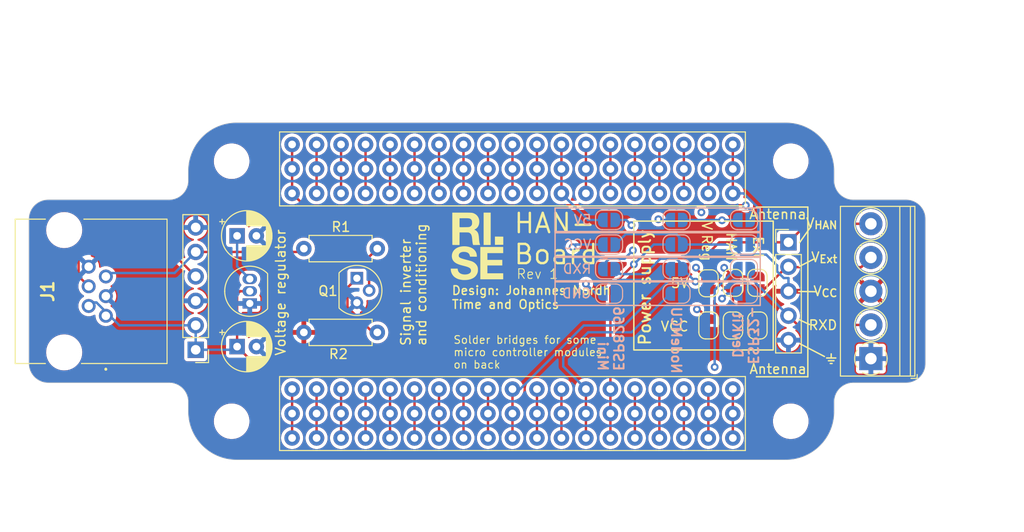
<source format=kicad_pcb>
(kicad_pcb (version 20221018) (generator pcbnew)
  (layers (0 "F.Cu" signal) (1 "In1.Cu" signal) (2 "In2.Cu" signal) (31 "B.Cu" signal) (34 "B.Paste" user) (35 "F.Paste" user) (36 "B.SilkS" user "B.Silkscreen") (37 "F.SilkS" user "F.Silkscreen") (38 "B.Mask" user) (39 "F.Mask" user) (44 "Edge.Cuts" user))
  (net 0 "")
  (net 1 "+5V")
  (net 2 "GND")
  (net 3 "VCC")
  (net 4 "Net-(Q1-B)")
  (net 5 "/RXD")
  (net 6 "unconnected-(J3-Pin_3-Pad3)")
  (net 7 "unconnected-(J3-Pin_4-Pad4)")
  (net 8 "unconnected-(J3-Pin_5-Pad5)")
  (net 9 "unconnected-(J3-Pin_7-Pad7)")
  (net 10 "unconnected-(J3-Pin_8-Pad8)")
  (net 11 "unconnected-(J3-Pin_9-Pad9)")
  (net 12 "unconnected-(J3-Pin_11-Pad11)")
  (net 13 "Net-(J3-Pin_12)")
  (net 14 "unconnected-(J3-Pin_13-Pad13)")
  (net 15 "unconnected-(J3-Pin_14-Pad14)")
  (net 16 "unconnected-(J3-Pin_15-Pad15)")
  (net 17 "unconnected-(J3-Pin_16-Pad16)")
  (net 18 "unconnected-(J3-Pin_17-Pad17)")
  (net 19 "unconnected-(J3-Pin_18-Pad18)")
  (net 20 "unconnected-(J3-Pin_19-Pad19)")
  (net 21 "Net-(J5-Pin_1)")
  (net 22 "unconnected-(J5-Pin_3-Pad3)")
  (net 23 "unconnected-(J5-Pin_4-Pad4)")
  (net 24 "unconnected-(J5-Pin_7-Pad7)")
  (net 25 "unconnected-(J5-Pin_8-Pad8)")
  (net 26 "unconnected-(J5-Pin_9-Pad9)")
  (net 27 "unconnected-(J5-Pin_10-Pad10)")
  (net 28 "unconnected-(J5-Pin_11-Pad11)")
  (net 29 "Net-(J5-Pin_12)")
  (net 30 "Net-(J5-Pin_13)")
  (net 31 "unconnected-(J5-Pin_14-Pad14)")
  (net 32 "unconnected-(J5-Pin_15-Pad15)")
  (net 33 "unconnected-(J5-Pin_16-Pad16)")
  (net 34 "unconnected-(J5-Pin_17-Pad17)")
  (net 35 "Net-(J5-Pin_18)")
  (net 36 "unconnected-(J5-Pin_19-Pad19)")
  (net 37 "VBUS")
  (net 38 "unconnected-(J3-Pin_1-Pad1)")
  (net 39 "unconnected-(J3-Pin_2-Pad2)")
  (net 40 "unconnected-(J3-Pin_6-Pad6)")
  (net 41 "Net-(J3-Pin_10)")
  (net 42 "unconnected-(J5-Pin_2-Pad2)")
  (net 43 "Net-(J5-Pin_5)")
  (net 44 "Net-(J5-Pin_6)")
  (net 45 "Net-(JP13-B)")
  (net 46 "Net-(J2-Pin_2)")
  (net 47 "Net-(J4-Pin_4)")
  (net 48 "Net-(J4-Pin_5)")
  (footprint "Jumper:SolderJumper-2_P1.3mm_Open_RoundedPad1.0x1.5mm" (layer "F.Cu") (at 183.252 68.976 90)
    (fp_text reference "JP8" hide)
    (fp_text value "SolderJumper_2_Open" hide)
  )
  (footprint "Jumper:SolderJumper-2_P1.3mm_Open_RoundedPad1.0x1.5mm" (layer "F.Cu") (at 183.252 73.406 -90)
    (fp_text reference "JP6" hide)
    (fp_text value "SolderJumper_2_Open" hide)
  )
  (footprint "Jumper:SolderJumper-2_P1.3mm_Open_RoundedPad1.0x1.5mm" (layer "F.Cu") (at 180.712 73.406 -90)
    (fp_text reference "JP7" hide)
    (fp_text value "SolderJumper_2_Open" hide)
  )
  (footprint "Capacitor_THT:CP_Radial_D5.0mm_P2.00mm" (layer "F.Cu") (at 129.274888 64.1)
    (fp_text reference "C2" hide)
    (fp_text value "1 uF" hide)
  )
  (footprint "MountingHole:MountingHole_3.2mm_M3" (layer "F.Cu") (at 186.71 56.35)
    (fp_text reference "REF**" hide)
    (fp_text value "MountingHole_3.2mm_M3" hide)
  )
  (footprint "HANBoard:QIP-19" (layer "F.Cu") (at 157.84 54.61)
    (fp_text reference "J5" hide)
    (fp_text value "Lödpunkter" hide)
  )
  (footprint "Jumper:SolderJumper-2_P1.3mm_Open_RoundedPad1.0x1.5mm" (layer "F.Cu") (at 180.712 68.976 90)
    (fp_text reference "JP9" hide)
    (fp_text value "SolderJumper_2_Open" hide)
  )
  (footprint "MountingHole:MountingHole_3.2mm_M3" (layer "F.Cu") (at 186.71 83.35)
    (fp_text reference "REF**" hide)
    (fp_text value "MountingHole_3.2mm_M3" hide)
  )
  (footprint "TerminalBlock_Phoenix:TerminalBlock_Phoenix_PT-1,5-5-3.5-H_1x05_P3.50mm_Horizontal" (layer "F.Cu") (at 195.02 76.848 90)
    (fp_text reference "J6" hide)
    (fp_text value "Utterminal")
  )
  (footprint "Package_TO_SOT_THT:TO-92_Inline" (layer "F.Cu") (at 130.59 71.12 90)
    (fp_text reference "U1" hide)
    (fp_text value "MCP1700x-330xxTO" hide)
  )
  (footprint "MountingHole:MountingHole_3.2mm_M3" (layer "F.Cu") (at 128.71 83.35)
    (fp_text reference "REF**" hide)
    (fp_text value "MountingHole_3.2mm_M3" hide)
  )
  (footprint "Jumper:SolderJumper-2_P1.3mm_Open_RoundedPad1.0x1.5mm" (layer "F.Cu") (at 178.175 69.024999 -90)
    (fp_text reference "JP14" hide)
    (fp_text value "SolderJumper_2_Open" hide)
  )
  (footprint "Capacitor_THT:CP_Radial_D5.0mm_P2.00mm" (layer "F.Cu") (at 129.274888 75.6)
    (fp_text reference "C1" hide)
    (fp_text value "1 uF" hide)
  )
  (footprint "Connector_PinHeader_2.54mm:PinHeader_1x06_P2.54mm_Vertical" (layer "F.Cu") (at 124.98 75.93 180)
    (fp_text reference "J4" hide)
    (fp_text value "Conn_01x05" hide)
  )
  (footprint "Resistor_THT:R_Axial_DIN0207_L6.3mm_D2.5mm_P7.62mm_Horizontal" (layer "F.Cu") (at 136.2 65.425)
    (fp_text reference "R1")
    (fp_text value "R" hide)
  )
  (footprint "Jumper:SolderJumper-2_P1.3mm_Open_RoundedPad1.0x1.5mm" (layer "F.Cu") (at 178.175 73.399999 90)
    (fp_text reference "JP13" hide)
    (fp_text value "SolderJumper_2_Open" hide)
  )
  (footprint "Connector_PinHeader_2.54mm:PinHeader_1x05_P2.54mm_Vertical" (layer "F.Cu") (at 186.47 64.77)
    (fp_text reference "J2" hide)
    (fp_text value "Conn_01x05" hide)
  )
  (footprint "MountingHole:MountingHole_3.2mm_M3" (layer "F.Cu") (at 128.71 56.35)
    (fp_text reference "REF**" hide)
    (fp_text value "MountingHole_3.2mm_M3" hide)
  )
  (footprint "Amphenol:RJHSE7060" (layer "F.Cu") (at 111.34 69.85 -90)
    (fp_text reference "J1")
    (fp_text value "RJ12" hide)
  )
  (footprint "RISE.logo:RiseLogo_NoText_8" (layer "F.Cu") (at 154.16 65.19)
    (fp_text reference "G***" hide)
    (fp_text value "LOGO" hide)
  )
  (footprint "Package_TO_SOT_THT:TO-92" (layer "F.Cu") (at 141.7 68.5 -90)
    (fp_text reference "Q1")
    (fp_text value "Q_NPN_BCE" hide)
  )
  (footprint "Resistor_THT:R_Axial_DIN0207_L6.3mm_D2.5mm_P7.62mm_Horizontal" (layer "F.Cu") (at 143.82 74.125 180)
    (fp_text reference "R2")
    (fp_text value "R" hide)
  )
  (footprint "HANBoard:QIP-19" (layer "F.Cu") (at 157.84 80.01)
    (fp_text reference "J3" hide)
    (fp_text value "Lödpunkter" hide)
  )
  (footprint "Jumper:SolderJumper-2_P1.3mm_Open_RoundedPad1.0x1.5mm" (layer "B.Cu") (at 181.859999 62.45 180)
    (fp_text reference "JP2" hide)
    (fp_text value "SolderJumper_2_Open" hide)
  )
  (footprint "Jumper:SolderJumper-2_P1.3mm_Open_RoundedPad1.0x1.5mm" (layer "B.Cu") (at 174.86 70.1)
    (fp_text reference "JP4" hide)
    (fp_text value "SolderJumper_2_Open" hide)
  )
  (footprint "Jumper:SolderJumper-2_P1.3mm_Open_RoundedPad1.0x1.5mm" (layer "B.Cu") (at 174.86 67.55 180)
    (fp_text reference "JP1" hide)
    (fp_text value "SolderJumper_2_Open" hide)
  )
  (footprint "Jumper:SolderJumper-2_P1.3mm_Open_RoundedPad1.0x1.5mm" (layer "B.Cu") (at 167.86 67.55 180)
    (fp_text reference "JP15" hide)
    (fp_text value "SolderJumper_2_Open" hide)
  )
  (footprint "Jumper:SolderJumper-2_P1.3mm_Open_RoundedPad1.0x1.5mm" (layer "B.Cu") (at 181.859999 65 180)
    (fp_text reference "JP5" hide)
    (fp_text value "SolderJumper_2_Open" hide)
  )
  (footprint "Jumper:SolderJumper-2_P1.3mm_Open_RoundedPad1.0x1.5mm" (layer "B.Cu") (at 181.859999 67.55)
    (fp_text reference "JP12" hide)
    (fp_text value "SolderJumper_2_Open" hide)
  )
  (footprint "Jumper:SolderJumper-2_P1.3mm_Open_RoundedPad1.0x1.5mm" (layer "B.Cu") (at 167.86 65 180)
    (fp_text reference "JP18" hide)
    (fp_text value "SolderJumper_2_Open" hide)
  )
  (footprint "Jumper:SolderJumper-2_P1.3mm_Open_RoundedPad1.0x1.5mm" (layer "B.Cu") (at 167.86 62.45)
    (fp_text reference "JP17" hide)
    (fp_text value "SolderJumper_2_Open" hide)
  )
  (footprint "Jumper:SolderJumper-2_P1.3mm_Open_RoundedPad1.0x1.5mm" (layer "B.Cu") (at 181.859999 70.1 180)
    (fp_text reference "JP10" hide)
    (fp_text value "SolderJumper_2_Open" hide)
  )
  (footprint "Jumper:SolderJumper-2_P1.3mm_Open_RoundedPad1.0x1.5mm" (layer "B.Cu") (at 174.86 65)
    (fp_text reference "JP3" hide)
    (fp_text value "SolderJumper_2_Open" hide)
  )
  (footprint "Jumper:SolderJumper-2_P1.3mm_Open_RoundedPad1.0x1.5mm" (layer "B.Cu") (at 167.86 70.1)
    (fp_text reference "JP16" hide)
    (fp_text value "SolderJumper_2_Open" hide)
  )
  (footprint "Jumper:SolderJumper-2_P1.3mm_Open_RoundedPad1.0x1.5mm" (layer "B.Cu") (at 174.86 62.45)
    (fp_text reference "JP11" hide)
    (fp_text value "SolderJumper_2_Open" hide)
  )
  (gr_rect (start 162.26 66.326) (end 183.542 68.774) (stroke (width 0.15)) (fill none) (layer "B.SilkS"))
  (gr_rect (start 162.26 63.776) (end 183.542 66.224) (stroke (width 0.15)) (fill none) (layer "B.SilkS"))
  (gr_rect (start 162.26 68.876) (end 183.542 71.324) (stroke (width 0.15)) (fill none) (layer "B.SilkS"))
  (gr_rect (start 162.26 61.206) (end 183.542 63.654) (stroke (width 0.15)) (fill none) (layer "B.SilkS"))
  (gr_line (start 189.325 69.9) (end 187.525 69.875) (stroke (width 0.15)) (layer "F.SilkS"))
  (gr_rect (start 170.43 62.57) (end 184.89 75.95) (stroke (width 0.15)) (fill none) (layer "F.SilkS"))
  (gr_line (start 188.48 78.73) (end 188.48 61.11) (stroke (width 0.15)) (layer "F.SilkS"))
  (gr_line (start 188.825 63.1) (end 187.625 64.8) (stroke (width 0.15)) (layer "F.SilkS"))
  (gr_line (start 189.125 66.5) (end 187.6 67.275) (stroke (width 0.15)) (layer "F.SilkS"))
  (gr_line (start 190.2 76.625) (end 187.65 75.3) (stroke (width 0.15)) (layer "F.SilkS"))
  (gr_line (start 188.48 61.11) (end 183.14 61.11) (stroke (width 0.15)) (layer "F.SilkS"))
  (gr_line (start 188.65 73.3) (end 187.575 72.8) (stroke (width 0.15)) (layer "F.SilkS"))
  (gr_line (start 183.14 78.73) (end 188.48 78.73) (stroke (width 0.15)) (layer "F.SilkS"))
  (gr_arc (start 193.21 60.35) (mid 191.795786 59.764214) (end 191.21 58.35) (stroke (width 0.05)) (layer "Edge.Cuts"))
  (gr_arc (start 198.68 60.35) (mid 200.094214 60.935786) (end 200.68 62.35) (stroke (width 0.05)) (layer "Edge.Cuts"))
  (gr_line (start 124.21 81.35) (end 124.21 82.35) (stroke (width 0.05)) (layer "Edge.Cuts"))
  (gr_arc (start 124.21 57.35) (mid 125.674466 53.814466) (end 129.21 52.35) (stroke (width 0.05)) (layer "Edge.Cuts"))
  (gr_line (start 129.21 52.35) (end 186.21 52.35) (stroke (width 0.05)) (layer "Edge.Cuts"))
  (gr_line (start 191.21 58.35) (end 191.21 57.35) (stroke (width 0.05)) (layer "Edge.Cuts"))
  (gr_arc (start 109.68 79.35) (mid 108.265786 78.764214) (end 107.68 77.35) (stroke (width 0.05)) (layer "Edge.Cuts"))
  (gr_arc (start 200.68 77.35) (mid 200.094214 78.764214) (end 198.68 79.35) (stroke (width 0.05)) (layer "Edge.Cuts"))
  (gr_arc (start 186.21 52.35) (mid 189.745534 53.814466) (end 191.21 57.35) (stroke (width 0.05)) (layer "Edge.Cuts"))
  (gr_arc (start 191.21 82.35) (mid 189.745534 85.885534) (end 186.21 87.35) (stroke (width 0.05)) (layer "Edge.Cuts"))
  (gr_line (start 200.68 77.35) (end 200.68 62.35) (stroke (width 0.05)) (layer "Edge.Cuts"))
  (gr_line (start 109.68 60.35) (end 122.21 60.35) (stroke (width 0.05)) (layer "Edge.Cuts"))
  (gr_line (start 193.21 79.35) (end 198.68 79.35) (stroke (width 0.05)) (layer "Edge.Cuts"))
  (gr_line (start 129.21 87.35) (end 186.21 87.35) (stroke (width 0.05)) (layer "Edge.Cuts"))
  (gr_arc (start 129.21 87.35) (mid 125.674466 85.885534) (end 124.21 82.35) (stroke (width 0.05)) (layer "Edge.Cuts"))
  (gr_arc (start 191.21 81.35) (mid 191.795786 79.935786) (end 193.21 79.35) (stroke (width 0.05)) (layer "Edge.Cuts"))
  (gr_line (start 124.21 58.35) (end 124.21 57.35) (stroke (width 0.05)) (layer "Edge.Cuts"))
  (gr_arc (start 124.21 58.35) (mid 123.624214 59.764214) (end 122.21 60.35) (stroke (width 0.05)) (layer "Edge.Cuts"))
  (gr_line (start 193.21 60.35) (end 198.68 60.35) (stroke (width 0.05)) (layer "Edge.Cuts"))
  (gr_arc (start 122.21 79.35) (mid 123.624214 79.935786) (end 124.21 81.35) (stroke (width 0.05)) (layer "Edge.Cuts"))
  (gr_line (start 109.68 79.35) (end 122.21 79.35) (stroke (width 0.05)) (layer "Edge.Cuts"))
  (gr_line (start 107.68 62.35) (end 107.68 77.35) (stroke (width 0.05)) (layer "Edge.Cuts"))
  (gr_line (start 191.21 81.35) (end 191.21 82.35) (stroke (width 0.05)) (layer "Edge.Cuts"))
  (gr_arc (start 107.68 62.35) (mid 108.265786 60.935786) (end 109.68 60.35) (stroke (width 0.05)) (layer "Edge.Cuts"))
  (gr_text "5V" (at 166.116 62.44) (layer "B.SilkS") (effects (font (size 1 1)) (justify left mirror)))
  (gr_text "VCC" (at 166.116 64.983333) (layer "B.SilkS") (effects (font (size 1 1)) (justify left mirror)))
  (gr_text "GND" (at 166.116 70.07) (layer "B.SilkS") (effects (font (size 1 1)) (justify left mirror)))
  (gr_text "NodeMCU" (at 174.244 74.93 -90) (layer "B.SilkS") (effects (font (size 1 1) (thickness 0.2) bold) (justify bottom mirror)))
  (gr_text "ESP32-\nDevKit" (at 180.594 74.422 270) (layer "B.SilkS") (effects (font (size 1 1) (thickness 0.2) bold) (justify bottom mirror)))
  (gr_text "ESP8266\nMini" (at 166.624 78.232 270) (layer "B.SilkS") (effects (font (size 1 1) (thickness 0.2) bold) (justify left bottom mirror)))
  (gr_text "RXD" (at 166.116 67.526666) (layer "B.SilkS") (effects (font (size 1 1)) (justify left mirror)))
  (gr_text "Ext" (at 182.744 66.548 -90) (layer "F.SilkS") (effects (font (size 1 1)) (justify right bottom)))
  (gr_text "HAN-\nBoard" (at 157.86 67.19) (layer "F.SilkS") (effects (font (size 2 2) (thickness 0.25) bold) (justify left bottom)))
  (gr_text "⏚" (at 191.62 76.9) (layer "F.SilkS") (effects (font (size 1 1)) (justify right)))
  (gr_text "Solder bridges for some\nmicro controller modules\non back" (at 151.66 77.94) (layer "F.SilkS") (effects (font (size 0.8 0.8) (thickness 0.11)) (justify left bottom)))
  (gr_text "VCC" (at 176.188 74.0935) (layer "F.SilkS") (effects (font (size 1 1)) (justify right bottom)))
  (gr_text "Antenna" (at 188.44 77.93) (layer "F.SilkS") (effects (font (size 1 1)) (justify right)))
  (gr_text "Antenna" (at 188.42 61.86) (layer "F.SilkS") (effects (font (size 1 1)) (justify right)))
  (gr_text "HAN" (at 179.95 66.802 -90) (layer "F.SilkS") (effects (font (size 1 1)) (justify right bottom)))
  (gr_text "V_{CC}" (at 191.62 69.844) (layer "F.SilkS") (effects (font (size 1 1)) (justify right)))
  (gr_text "V_{HAN}" (at 191.62 62.788) (layer "F.SilkS") (effects (font (size 1 1)) (justify right)))
  (gr_text "Voltage regulator" (at 134.375 69.975 90) (layer "F.SilkS") (effects (font (size 1 1)) (justify bottom)))
  (gr_text "5V" (at 176.188 69.596) (layer "F.SilkS") (effects (font (size 1 1)) (justify right bottom)))
  (gr_text "Design: Johannes Nordh\nTime and Optics" (at 151.47 71.75) (layer "F.SilkS") (effects (font (size 0.9 0.9) (thickness 0.15) bold) (justify left bottom)))
  (gr_text "V_{Ext}" (at 191.62 66.316) (layer "F.SilkS") (effects (font (size 1 1)) (justify right)))
  (gr_text "V.Reg" (at 177.425 66.825 270) (layer "F.SilkS") (effects (font (size 1 1)) (justify right bottom)))
  (gr_text "Rev 1" (at 158.19 68.65) (layer "F.SilkS") (effects (font (size 1 1) (thickness 0.1)) (justify left bottom)))
  (gr_text "RXD" (at 191.62 73.372) (layer "F.SilkS") (effects (font (size 1 1)) (justify right)))
  (gr_text "Signal inverter\nand conditioning" (at 148.975 75.6 90) (layer "F.SilkS") (effects (font (size 1 1)) (justify left bottom)))
  (gr_text "Power supply" (at 172.28 69.45 90) (layer "F.SilkS") (effects (font (size 1.2 1.2) (thickness 0.2) bold) (justify bottom)))
  (segment (start 179.8045 67.4185) (end 180.712 68.326) (width 0.25) (layer "F.Cu") (net 1))
  (segment (start 177.76538 68.374999) (end 178.175 68.374999) (width 0.25) (layer "F.Cu") (net 1))
  (segment (start 180.712 68.326) (end 183.252 68.326) (width 0.25) (layer "F.Cu") (net 1))
  (segment (start 176.875 67.4) (end 176.875 67.484619) (width 0.25) (layer "F.Cu") (net 1))
  (segment (start 176.875 67.484619) (end 177.76538 68.374999) (width 0.25) (layer "F.Cu") (net 1))
  (via (at 179.578 62.484) (size 0.8) (drill 0.4) (layers "F.Cu" "B.Cu") (net 1))
  (via (at 179.8045 67.4185) (size 0.8) (drill 0.4) (layers "F.Cu" "B.Cu") (net 1))
  (via (at 170.18 62.992) (size 0.8) (drill 0.4) (layers "F.Cu" "B.Cu") (net 1))
  (via (at 176.875 67.4) (size 0.8) (drill 0.4) (layers "F.Cu" "B.Cu") (net 1))
  (segment (start 170.18 62.992) (end 169.638 62.45) (width 0.25) (layer "B.Cu") (net 1))
  (segment (start 179.612 62.45) (end 179.578 62.484) (width 0.25) (layer "B.Cu") (net 1))
  (segment (start 169.638 62.45) (end 168.51 62.45) (width 0.25) (layer "B.Cu") (net 1))
  (segment (start 175.51 62.45) (end 179.544 62.45) (width 0.25) (layer "B.Cu") (net 1))
  (segment (start 179.544 62.45) (end 179.578 62.484) (width 0.25) (layer "B.Cu") (net 1))
  (segment (start 181.209999 62.45) (end 179.612 62.45) (width 0.25) (layer "B.Cu") (net 1))
  (segment (start 184.16 66.05) (end 182.876726 66.05) (width 0.25) (layer "B.Cu") (net 3))
  (segment (start 185.295 67.796701) (end 185.295 67.185) (width 0.25) (layer "B.Cu") (net 3))
  (segment (start 186.47 69.85) (end 186.47 68.485) (width 0.25) (layer "B.Cu") (net 3))
  (segment (start 185.983299 68.485) (end 185.295 67.796701) (width 0.25) (layer "B.Cu") (net 3))
  (segment (start 175.51 64.59038) (end 174.84462 63.925) (width 0.25) (layer "B.Cu") (net 3))
  (segment (start 182.876726 66.05) (end 182.851726 66.075) (width 0.25) (layer "B.Cu") (net 3))
  (segment (start 182.851726 66.075) (end 181.585 66.075) (width 0.25) (layer "B.Cu") (net 3))
  (segment (start 169.585 63.925) (end 168.51 65) (width 0.25) (layer "B.Cu") (net 3))
  (segment (start 186.47 68.485) (end 185.983299 68.485) (width 0.25) (layer "B.Cu") (net 3))
  (segment (start 174.84462 63.925) (end 169.585 63.925) (width 0.25) (layer "B.Cu") (net 3))
  (segment (start 181.209999 65) (end 175.51 65) (width 0.25) (layer "B.Cu") (net 3))
  (segment (start 181.209999 65.699999) (end 181.209999 65) (width 0.25) (layer "B.Cu") (net 3))
  (segment (start 175.51 65) (end 175.51 64.59038) (width 0.25) (layer "B.Cu") (net 3))
  (segment (start 185.295 67.185) (end 184.16 66.05) (width 0.25) (layer "B.Cu") (net 3))
  (segment (start 181.585 66.075) (end 181.209999 65.699999) (width 0.25) (layer "B.Cu") (net 3))
  (segment (start 142.97 66.275) (end 143.82 65.425) (width 0.25) (layer "F.Cu") (net 4))
  (segment (start 142.97 69.77) (end 142.97 66.275) (width 0.25) (layer "F.Cu") (net 4))
  (segment (start 195.018 73.35) (end 195.02 73.348) (width 0.25) (layer "F.Cu") (net 5))
  (segment (start 140.725 71.5) (end 143.35 74.125) (width 0.25) (layer "F.Cu") (net 5))
  (segment (start 187.43 73.35) (end 195.018 73.35) (width 0.25) (layer "F.Cu") (net 5))
  (segment (start 143.35 74.125) (end 143.82 74.125) (width 0.25) (layer "F.Cu") (net 5))
  (segment (start 186.47 72.39) (end 187.43 73.35) (width 0.25) (layer "F.Cu") (net 5))
  (segment (start 140.725 69.475) (end 140.725 71.5) (width 0.25) (layer "F.Cu") (net 5))
  (segment (start 141.7 68.5) (end 140.725 69.475) (width 0.25) (layer "F.Cu") (net 5))
  (via (at 176.8255 68.85) (size 0.8) (drill 0.4) (layers "F.Cu" "B.Cu") (net 5))
  (segment (start 174.84462 66.475) (end 175.51 67.14038) (width 0.25) (layer "B.Cu") (net 5))
  (segment (start 171.58 68.072) (end 173.177 66.475) (width 0.25) (layer "B.Cu") (net 5))
  (segment (start 186.47 72.39) (end 182.509999 68.429999) (width 0.25) (layer "B.Cu") (net 5))
  (segment (start 176.81 68.85) (end 176.8255 68.85) (width 0.25) (layer "B.Cu") (net 5))
  (segment (start 182.509999 68.429999) (end 182.509999 67.55) (width 0.25) (layer "B.Cu") (net 5))
  (segment (start 171.58 68.072) (end 169.032 68.072) (width 0.25) (layer "B.Cu") (net 5))
  (segment (start 175.51 67.14038) (end 175.51 67.55) (width 0.25) (layer "B.Cu") (net 5))
  (segment (start 175.51 67.55) (end 176.81 68.85) (width 0.25) (layer "B.Cu") (net 5))
  (segment (start 176.825 68.8495) (end 176.8255 68.85) (width 0.25) (layer "B.Cu") (net 5))
  (segment (start 173.177 66.475) (end 174.84462 66.475) (width 0.25) (layer "B.Cu") (net 5))
  (segment (start 169.032 68.072) (end 168.51 67.55) (width 0.25) (layer "B.Cu") (net 5))
  (segment (start 140.06 85.09) (end 140.06 80.01) (width 0.25) (layer "F.Cu") (net 6))
  (segment (start 142.6 80.01) (end 142.6 85.09) (width 0.25) (layer "F.Cu") (net 7))
  (segment (start 145.14 85.09) (end 145.14 80.01) (width 0.25) (layer "F.Cu") (net 8))
  (segment (start 150.22 85.09) (end 150.22 80.01) (width 0.25) (layer "F.Cu") (net 9))
  (segment (start 152.76 80.01) (end 152.76 85.09) (width 0.25) (layer "F.Cu") (net 10))
  (via (at 178.816 77.724) (size 0.8) (drill 0.4) (layers "F.Cu" "B.Cu") (net 10))
  (segment (start 178.816 77.724) (end 178.816 69.723) (width 0.25) (layer "B.Cu") (net 10))
  (segment (start 178.816 69.723) (end 180.989 67.55) (width 0.25) (layer "B.Cu") (net 10))
  (segment (start 180.989 67.55) (end 181.209999 67.55) (width 0.25) (layer "B.Cu") (net 10))
  (segment (start 155.3 85.09) (end 155.3 80.01) (width 0.25) (layer "F.Cu") (net 11))
  (segment (start 160.38 85.09) (end 160.38 80.01) (width 0.25) (layer "F.Cu") (net 12))
  (segment (start 162.92 80.01) (end 162.92 85.09) (width 0.25) (layer "F.Cu") (net 13))
  (via (at 164.084 65.278) (size 0.8) (drill 0.4) (layers "F.Cu" "B.Cu") (net 13))
  (segment (start 167.21 65) (end 164.362 65) (width 0.25) (layer "B.Cu") (net 13))
  (segment (start 164.362 65) (end 164.084 65.278) (width 0.25) (layer "B.Cu") (net 13))
  (segment (start 165.46 85.09) (end 165.46 80.01) (width 0.25) (layer "F.Cu") (net 14))
  (segment (start 163.105 76.699695) (end 163.105 77.655) (width 0.25) (layer "B.Cu") (net 14))
  (segment (start 174.21 70.1) (end 170.2 74.11) (width 0.25) (layer "B.Cu") (net 14))
  (segment (start 170.2 74.11) (end 165.694695 74.11) (width 0.25) (layer "B.Cu") (net 14))
  (segment (start 165.694695 74.11) (end 163.105 76.699695) (width 0.25) (layer "B.Cu") (net 14))
  (segment (start 163.105 77.655) (end 165.46 80.01) (width 0.25) (layer "B.Cu") (net 14))
  (segment (start 170.434 67.056) (end 168 69.49) (width 0.25) (layer "F.Cu") (net 15))
  (segment (start 168 80.01) (end 168 85.09) (width 0.25) (layer "F.Cu") (net 15))
  (segment (start 168 69.49) (end 168 80.01) (width 0.25) (layer "F.Cu") (net 15))
  (via (at 170.434 67.056) (size 0.8) (drill 0.4) (layers "F.Cu" "B.Cu") (net 15))
  (segment (start 174.21 65) (end 172.49 65) (width 0.25) (layer "B.Cu") (net 15))
  (segment (start 172.49 65) (end 170.434 67.056) (width 0.25) (layer "B.Cu") (net 15))
  (segment (start 170.54 85.09) (end 170.54 80.01) (width 0.25) (layer "F.Cu") (net 16))
  (segment (start 173.08 80.01) (end 173.08 85.09) (width 0.25) (layer "F.Cu") (net 17))
  (segment (start 175.62 85.09) (end 175.62 80.01) (width 0.25) (layer "F.Cu") (net 18))
  (segment (start 178.16 80.01) (end 178.16 85.09) (width 0.25) (layer "F.Cu") (net 19))
  (segment (start 180.7 85.09) (end 180.7 80.01) (width 0.25) (layer "F.Cu") (net 20))
  (segment (start 182.048386 60.931614) (end 136.221614 60.931614) (width 0.25) (layer "F.Cu") (net 21))
  (segment (start 136.221614 60.931614) (end 134.98 59.69) (width 0.25) (layer "F.Cu") (net 21))
  (segment (start 134.98 54.61) (end 134.98 59.69) (width 0.25) (layer "F.Cu") (net 21))
  (via (at 182.048386 60.931614) (size 0.8) (drill 0.4) (layers "F.Cu" "B.Cu") (net 21))
  (segment (start 182.509999 61.393227) (end 182.048386 60.931614) (width 0.25) (layer "B.Cu") (net 21))
  (segment (start 182.509999 62.45) (end 182.509999 61.393227) (width 0.25) (layer "B.Cu") (net 21))
  (segment (start 140.06 54.61) (end 140.06 59.69) (width 0.25) (layer "F.Cu") (net 22))
  (segment (start 142.6 59.69) (end 142.6 54.61) (width 0.25) (layer "F.Cu") (net 23))
  (segment (start 150.22 54.61) (end 150.22 59.69) (width 0.25) (layer "F.Cu") (net 24))
  (segment (start 152.76 59.69) (end 152.76 54.61) (width 0.25) (layer "F.Cu") (net 25))
  (segment (start 155.3 54.61) (end 155.3 59.69) (width 0.25) (layer "F.Cu") (net 26))
  (segment (start 157.84 59.69) (end 157.84 54.61) (width 0.25) (layer "F.Cu") (net 27))
  (segment (start 160.38 54.61) (end 160.38 59.69) (width 0.25) (layer "F.Cu") (net 28))
  (segment (start 162.92 59.69) (end 162.92 54.61) (width 0.25) (layer "F.Cu") (net 29))
  (segment (start 165.68 62.45) (end 162.92 59.69) (width 0.25) (layer "B.Cu") (net 29))
  (segment (start 167.21 62.45) (end 165.68 62.45) (width 0.25) (layer "B.Cu") (net 29))
  (segment (start 165.46 54.61) (end 165.46 59.69) (width 0.25) (layer "F.Cu") (net 30))
  (via (at 165.46 69.088) (size 0.8) (drill 0.4) (layers "F.Cu" "B.Cu") (net 30))
  (segment (start 166.472 70.1) (end 167.21 70.1) (width 0.25) (layer "B.Cu") (net 30))
  (segment (start 165.46 69.088) (end 166.472 70.1) (width 0.25) (layer "B.Cu") (net 30))
  (segment (start 168 59.69) (end 168 54.61) (width 0.25) (layer "F.Cu") (net 31))
  (segment (start 170.54 54.61) (end 170.54 59.69) (width 0.25) (layer "F.Cu") (net 32))
  (segment (start 173.08 59.69) (end 173.08 54.61) (width 0.25) (layer "F.Cu") (net 33))
  (segment (start 175.62 54.61) (end 175.62 59.69) (width 0.25) (layer "F.Cu") (net 34))
  (segment (start 178.16 59.69) (end 178.16 54.61) (width 0.25) (layer "F.Cu") (net 35))
  (via (at 170.331941 65.6065) (size 0.8) (drill 0.4) (layers "F.Cu" "B.Cu") (net 35))
  (segment (start 167.87538 66.475) (end 167.21 67.14038) (width 0.25) (layer "B.Cu") (net 35))
  (segment (start 167.21 67.14038) (end 167.21 67.55) (width 0.25) (layer "B.Cu") (net 35))
  (segment (start 170.331941 65.6065) (end 169.463441 66.475) (width 0.25) (layer "B.Cu") (net 35))
  (segment (start 169.463441 66.475) (end 167.87538 66.475) (width 0.25) (layer "B.Cu") (net 35))
  (segment (start 180.7 54.61) (end 180.7 59.69) (width 0.25) (layer "F.Cu") (net 36))
  (segment (start 181.83137 59.69) (end 180.7 59.69) (width 0.25) (layer "B.Cu") (net 36))
  (segment (start 183.334999 64.175) (end 183.334999 61.193629) (width 0.25) (layer "B.Cu") (net 36))
  (segment (start 183.334999 61.193629) (end 181.83137 59.69) (width 0.25) (layer "B.Cu") (net 36))
  (segment (start 182.509999 65) (end 183.334999 64.175) (width 0.25) (layer "B.Cu") (net 36))
  (segment (start 130.399888 76.725) (end 129.274888 75.6) (width 0.25) (layer "F.Cu") (net 37))
  (segment (start 150.955 76.725) (end 130.399888 76.725) (width 0.25) (layer "F.Cu") (net 37))
  (segment (start 170.979 66.331) (end 161.349 66.331) (width 0.25) (layer "F.Cu") (net 37))
  (segment (start 129.274888 75.6) (end 129.274888 70.165112) (width 0.25) (layer "F.Cu") (net 37))
  (segment (start 171.073 66.425) (end 170.979 66.331) (width 0.25) (layer "F.Cu") (net 37))
  (segment (start 180.712 69.626) (end 179.951 69.626) (width 0.25) (layer "F.Cu") (net 37))
  (segment (start 179.296728 64.77) (end 181.356 64.77) (width 0.25) (layer "F.Cu") (net 37))
  (segment (start 179.951 69.626) (end 179.25 68.925) (width 0.25) (layer "F.Cu") (net 37))
  (segment (start 161.349 66.331) (end 150.955 76.725) (width 0.25) (layer "F.Cu") (net 37))
  (segment (start 129.59 69.85) (end 130.59 69.85) (width 0.25) (layer "F.Cu") (net 37))
  (segment (start 179.25 68.925) (end 179.25 68.033272) (width 0.25) (layer "F.Cu") (net 37))
  (segment (start 181.356 64.77) (end 186.47 64.77) (width 0.25) (layer "F.Cu") (net 37))
  (segment (start 129.274888 70.165112) (end 129.59 69.85) (width 0.25) (layer "F.Cu") (net 37))
  (segment (start 180.712 69.626) (end 180.712 72.756) (width 0.25) (layer "F.Cu") (net 37))
  (segment (start 195.02 62.848) (end 188.392 62.848) (width 0.25) (layer "F.Cu") (net 37))
  (segment (start 179.25 68.033272) (end 177.641728 66.425) (width 0.25) (layer "F.Cu") (net 37))
  (segment (start 188.392 62.848) (end 186.47 64.77) (width 0.25) (layer "F.Cu") (net 37))
  (segment (start 177.641728 66.425) (end 171.073 66.425) (width 0.25) (layer "F.Cu") (net 37))
  (segment (start 177.641728 66.425) (end 179.296728 64.77) (width 0.25) (layer "F.Cu") (net 37))
  (segment (start 114.685 71.0175) (end 115.705 72.0375) (width 0.25) (layer "B.Cu") (net 37))
  (segment (start 124.98 73.39) (end 124.98 75.93) (width 0.25) (layer "B.Cu") (net 37))
  (segment (start 117.0575 73.39) (end 115.705 72.0375) (width 0.25) (layer "B.Cu") (net 37))
  (segment (start 124.98 75.93) (end 128.944888 75.93) (width 0.25) (layer "B.Cu") (net 37))
  (segment (start 124.98 73.39) (end 117.0575 73.39) (width 0.25) (layer "B.Cu") (net 37))
  (segment (start 113.925 71.0175) (end 114.685 71.0175) (width 0.25) (layer "B.Cu") (net 37))
  (segment (start 128.944888 75.93) (end 129.274888 75.6) (width 0.25) (layer "B.Cu") (net 37))
  (segment (start 134.98 80.01) (end 134.98 85.09) (width 0.25) (layer "F.Cu") (net 38))
  (segment (start 137.52 80.01) (end 137.52 85.09) (width 0.25) (layer "F.Cu") (net 39))
  (segment (start 147.68 80.01) (end 147.68 85.09) (width 0.25) (layer "F.Cu") (net 40))
  (segment (start 157.84 80.01) (end 157.84 85.09) (width 0.25) (layer "F.Cu") (net 41))
  (segment (start 165.238695 73.406) (end 158.634695 80.01) (width 0.25) (layer "B.Cu") (net 41))
  (segment (start 174.21 67.55) (end 174.21 68.614) (width 0.25) (layer "B.Cu") (net 41))
  (segment (start 158.634695 80.01) (end 157.84 80.01) (width 0.25) (layer "B.Cu") (net 41))
  (segment (start 169.418 73.406) (end 165.238695 73.406) (width 0.25) (layer "B.Cu") (net 41))
  (segment (start 174.21 68.614) (end 169.418 73.406) (width 0.25) (layer "B.Cu") (net 41))
  (segment (start 137.52 59.69) (end 137.52 54.61) (width 0.25) (layer "F.Cu") (net 42))
  (segment (start 145.14 54.61) (end 145.14 59.69) (width 0.25) (layer "F.Cu") (net 43))
  (via (at 172.974 62.380614) (size 0.8) (drill 0.4) (layers "F.Cu" "B.Cu") (net 43))
  (segment (start 172.974 62.380614) (end 173.043386 62.45) (width 0.25) (layer "B.Cu") (net 43))
  (segment (start 173.043386 62.45) (end 174.21 62.45) (width 0.25) (layer "B.Cu") (net 43))
  (segment (start 147.68 59.69) (end 147.68 54.61) (width 0.25) (layer "F.Cu") (net 44))
  (via (at 179.578 70.612) (size 0.8) (drill 0.4) (layers "F.Cu" "B.Cu") (net 44))
  (via (at 177.4355 61.656114) (size 0.8) (drill 0.4) (layers "F.Cu" "B.Cu") (net 44))
  (segment (start 180.09 70.1) (end 179.578 70.612) (width 0.25) (layer "B.Cu") (net 44))
  (segment (start 181.209999 70.1) (end 180.09 70.1) (width 0.25) (layer "B.Cu") (net 44))
  (segment (start 176.975 71.725) (end 177.150001 71.725) (width 0.25) (layer "F.Cu") (net 45))
  (segment (start 177.150001 71.725) (end 178.175 72.749999) (width 0.25) (layer "F.Cu") (net 45))
  (segment (start 178.175 69.674999) (end 178.175 72.749999) (width 0.25) (layer "F.Cu") (net 45))
  (via (at 176.975 71.725) (size 0.8) (drill 0.4) (layers "F.Cu" "B.Cu") (net 45))
  (segment (start 129.274888 67.264888) (end 130.59 68.58) (width 0.25) (layer "B.Cu") (net 45))
  (segment (start 129.274888 64.1) (end 129.274888 67.264888) (width 0.25) (layer "B.Cu") (net 45))
  (segment (start 183.252 69.626) (end 183.252 72.756) (width 0.25) (layer "F.Cu") (net 46))
  (segment (start 186.285 67.31) (end 186.47 67.31) (width 0.25) (layer "F.Cu") (net 46))
  (segment (start 194.018 67.35) (end 195.02 66.348) (width 0.25) (layer "F.Cu") (net 46))
  (segment (start 186.47 67.31) (end 186.51 67.35) (width 0.25) (layer "F.Cu") (net 46))
  (segment (start 183.969 69.626) (end 186.285 67.31) (width 0.25) (layer "F.Cu") (net 46))
  (segment (start 186.51 67.35) (end 194.018 67.35) (width 0.25) (layer "F.Cu") (net 46))
  (segment (start 183.252 69.626) (end 183.969 69.626) (width 0.25) (layer "F.Cu") (net 46))
  (segment (start 113.34 65.59) (end 122.26 65.59) (width 0.25) (layer "F.Cu") (net 47))
  (segment (start 112.832 68.292) (end 112.832 66.098) (width 0.25) (layer "F.Cu") (net 47))
  (segment (start 112.832 66.098) (end 113.34 65.59) (width 0.25) (layer "F.Cu") (net 47))
  (segment (start 113.88 69.34) (end 112.832 68.292) (width 0.25) (layer "F.Cu") (net 47))
  (segment (start 122.26 65.59) (end 124.98 68.31) (width 0.25) (layer "F.Cu") (net 47))
  (segment (start 135.855 65.77) (end 136.2 65.425) (width 0.25) (layer "F.Cu") (net 48))
  (segment (start 124.98 65.77) (end 135.855 65.77) (width 0.25) (layer "F.Cu") (net 48))
  (segment (start 115.705 67.9575) (end 122.7925 67.9575) (width 0.25) (layer "B.Cu") (net 48))
  (segment (start 122.7925 67.9575) (end 124.98 65.77) (width 0.25) (layer "B.Cu") (net 48))
  (zone (net 3) (net_name "VCC") (layer "F.Cu") (priority 1) (connect_pads (clearance 0.35)) (min_thickness 0.2) (fill yes (thermal_gap 0.5) (thermal_bridge_width 0.5))
    (polygon (pts (xy 104.68 44.85) (xy 210.904 44.85) (xy 210.904 94.85) (xy 104.68 94.85)))
  )
  (zone (net 2) (net_name "GND") (layer "B.Cu") (connect_pads (clearance 0.35)) (min_thickness 0.2) (fill yes (thermal_gap 0.5) (thermal_bridge_width 0.5))
    (polygon (pts (xy 210.904 44.85) (xy 104.68 44.85) (xy 104.68 94.85) (xy 210.904 94.85)))
  )
)
</source>
